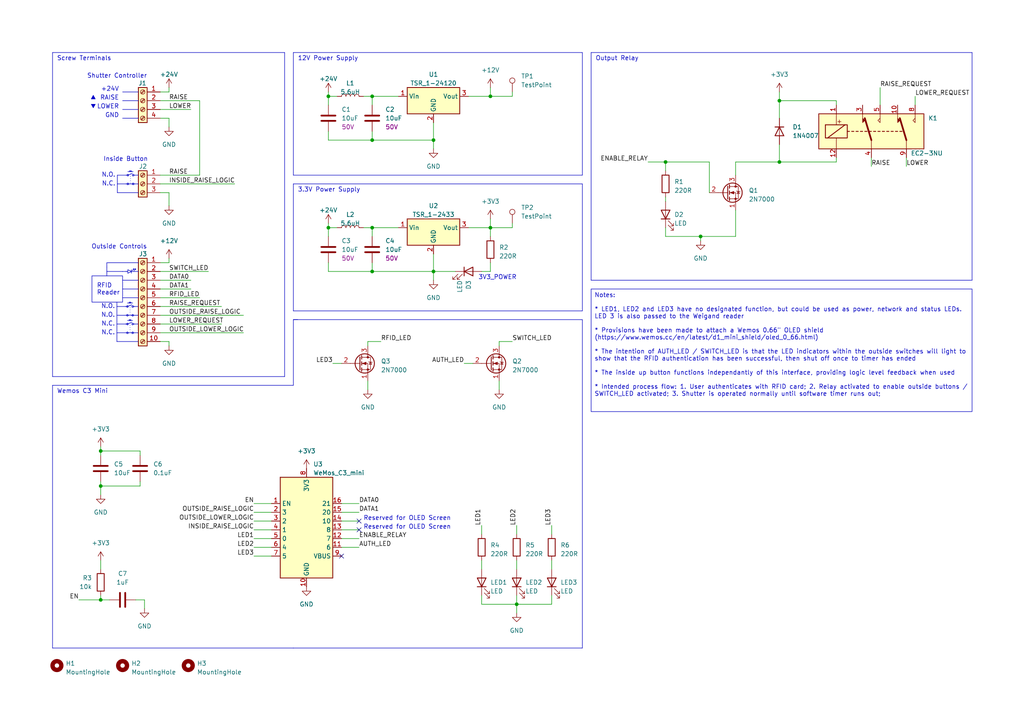
<source format=kicad_sch>
(kicad_sch (version 20221004) (generator eeschema)
  (paper "A4")
  (title_block (title "Roller Shutter Access Control Interface Board") (date "2023-01-23") (rev "5") (company "Swansea Hackspace"))
  (lib_symbols
    (symbol "Connector:Screw_Terminal_01x03" (pin_names (offset 1.016) hide)
      (property "Reference" "J" (at 0 5.08 0))
      (property "Value" "Screw_Terminal_01x03" (at 0 -5.08 0))
      (symbol "Screw_Terminal_01x03_1_1"
        (rectangle (start -1.27 3.81) (end 1.27 -3.81) (stroke (width 0.254)) (fill (type background)))
        (circle (center 0 -2.54) (radius 0.635) (stroke (width 0.1524)))
        (polyline (pts (xy -0.5334 -2.2098) (xy 0.3302 -3.048)) (stroke (width 0.1524)))
        (polyline (pts (xy -0.5334 0.3302) (xy 0.3302 -0.508)) (stroke (width 0.1524)))
        (polyline (pts (xy -0.5334 2.8702) (xy 0.3302 2.032)) (stroke (width 0.1524)))
        (polyline (pts (xy -0.3556 -2.032) (xy 0.508 -2.8702)) (stroke (width 0.1524)))
        (polyline (pts (xy -0.3556 0.508) (xy 0.508 -0.3302)) (stroke (width 0.1524)))
        (polyline (pts (xy -0.3556 3.048) (xy 0.508 2.2098)) (stroke (width 0.1524)))
        (circle (center 0 0) (radius 0.635) (stroke (width 0.1524)))
        (circle (center 0 2.54) (radius 0.635) (stroke (width 0.1524)))
        (pin passive line (at -5.08 2.54 0) (length 3.81) (name "Pin_1") (number "1"))
        (pin passive line (at -5.08 0 0) (length 3.81) (name "Pin_2") (number "2"))
        (pin passive line (at -5.08 -2.54 0) (length 3.81) (name "Pin_3") (number "3"))
      )
    )
    (symbol "Connector:Screw_Terminal_01x04" (pin_names (offset 1.016) hide)
      (property "Reference" "J" (at 0 5.08 0))
      (property "Value" "Screw_Terminal_01x04" (at 0 -7.62 0))
      (symbol "Screw_Terminal_01x04_1_1"
        (rectangle (start -1.27 3.81) (end 1.27 -6.35) (stroke (width 0.254)) (fill (type background)))
        (circle (center 0 -5.08) (radius 0.635) (stroke (width 0.1524)))
        (circle (center 0 -2.54) (radius 0.635) (stroke (width 0.1524)))
        (polyline (pts (xy -0.5334 -4.7498) (xy 0.3302 -5.588)) (stroke (width 0.1524)))
        (polyline (pts (xy -0.5334 -2.2098) (xy 0.3302 -3.048)) (stroke (width 0.1524)))
        (polyline (pts (xy -0.5334 0.3302) (xy 0.3302 -0.508)) (stroke (width 0.1524)))
        (polyline (pts (xy -0.5334 2.8702) (xy 0.3302 2.032)) (stroke (width 0.1524)))
        (polyline (pts (xy -0.3556 -4.572) (xy 0.508 -5.4102)) (stroke (width 0.1524)))
        (polyline (pts (xy -0.3556 -2.032) (xy 0.508 -2.8702)) (stroke (width 0.1524)))
        (polyline (pts (xy -0.3556 0.508) (xy 0.508 -0.3302)) (stroke (width 0.1524)))
        (polyline (pts (xy -0.3556 3.048) (xy 0.508 2.2098)) (stroke (width 0.1524)))
        (circle (center 0 0) (radius 0.635) (stroke (width 0.1524)))
        (circle (center 0 2.54) (radius 0.635) (stroke (width 0.1524)))
        (pin passive line (at -5.08 2.54 0) (length 3.81) (name "Pin_1") (number "1"))
        (pin passive line (at -5.08 0 0) (length 3.81) (name "Pin_2") (number "2"))
        (pin passive line (at -5.08 -2.54 0) (length 3.81) (name "Pin_3") (number "3"))
        (pin passive line (at -5.08 -5.08 0) (length 3.81) (name "Pin_4") (number "4"))
      )
    )
    (symbol "Connector:Screw_Terminal_01x10" (pin_names (offset 1.016) hide)
      (property "Reference" "J" (at 0 12.7 0))
      (property "Value" "Screw_Terminal_01x10" (at 0 -15.24 0))
      (symbol "Screw_Terminal_01x10_1_1"
        (rectangle (start -1.27 11.43) (end 1.27 -13.97) (stroke (width 0.254)) (fill (type background)))
        (circle (center 0 -12.7) (radius 0.635) (stroke (width 0.1524)))
        (circle (center 0 -10.16) (radius 0.635) (stroke (width 0.1524)))
        (circle (center 0 -7.62) (radius 0.635) (stroke (width 0.1524)))
        (circle (center 0 -5.08) (radius 0.635) (stroke (width 0.1524)))
        (circle (center 0 -2.54) (radius 0.635) (stroke (width 0.1524)))
        (polyline (pts (xy -0.5334 -12.3698) (xy 0.3302 -13.208)) (stroke (width 0.1524)))
        (polyline (pts (xy -0.5334 -9.8298) (xy 0.3302 -10.668)) (stroke (width 0.1524)))
        (polyline (pts (xy -0.5334 -7.2898) (xy 0.3302 -8.128)) (stroke (width 0.1524)))
        (polyline (pts (xy -0.5334 -4.7498) (xy 0.3302 -5.588)) (stroke (width 0.1524)))
        (polyline (pts (xy -0.5334 -2.2098) (xy 0.3302 -3.048)) (stroke (width 0.1524)))
        (polyline (pts (xy -0.5334 0.3302) (xy 0.3302 -0.508)) (stroke (width 0.1524)))
        (polyline (pts (xy -0.5334 2.8702) (xy 0.3302 2.032)) (stroke (width 0.1524)))
        (polyline (pts (xy -0.5334 5.4102) (xy 0.3302 4.572)) (stroke (width 0.1524)))
        (polyline (pts (xy -0.5334 7.9502) (xy 0.3302 7.112)) (stroke (width 0.1524)))
        (polyline (pts (xy -0.5334 10.4902) (xy 0.3302 9.652)) (stroke (width 0.1524)))
        (polyline (pts (xy -0.3556 -12.192) (xy 0.508 -13.0302)) (stroke (width 0.1524)))
        (polyline (pts (xy -0.3556 -9.652) (xy 0.508 -10.4902)) (stroke (width 0.1524)))
        (polyline (pts (xy -0.3556 -7.112) (xy 0.508 -7.9502)) (stroke (width 0.1524)))
        (polyline (pts (xy -0.3556 -4.572) (xy 0.508 -5.4102)) (stroke (width 0.1524)))
        (polyline (pts (xy -0.3556 -2.032) (xy 0.508 -2.8702)) (stroke (width 0.1524)))
        (polyline (pts (xy -0.3556 0.508) (xy 0.508 -0.3302)) (stroke (width 0.1524)))
        (polyline (pts (xy -0.3556 3.048) (xy 0.508 2.2098)) (stroke (width 0.1524)))
        (polyline (pts (xy -0.3556 5.588) (xy 0.508 4.7498)) (stroke (width 0.1524)))
        (polyline (pts (xy -0.3556 8.128) (xy 0.508 7.2898)) (stroke (width 0.1524)))
        (polyline (pts (xy -0.3556 10.668) (xy 0.508 9.8298)) (stroke (width 0.1524)))
        (circle (center 0 0) (radius 0.635) (stroke (width 0.1524)))
        (circle (center 0 2.54) (radius 0.635) (stroke (width 0.1524)))
        (circle (center 0 5.08) (radius 0.635) (stroke (width 0.1524)))
        (circle (center 0 7.62) (radius 0.635) (stroke (width 0.1524)))
        (circle (center 0 10.16) (radius 0.635) (stroke (width 0.1524)))
        (pin passive line (at -5.08 10.16 0) (length 3.81) (name "Pin_1") (number "1"))
        (pin passive line (at -5.08 -12.7 0) (length 3.81) (name "Pin_10") (number "10"))
        (pin passive line (at -5.08 7.62 0) (length 3.81) (name "Pin_2") (number "2"))
        (pin passive line (at -5.08 5.08 0) (length 3.81) (name "Pin_3") (number "3"))
        (pin passive line (at -5.08 2.54 0) (length 3.81) (name "Pin_4") (number "4"))
        (pin passive line (at -5.08 0 0) (length 3.81) (name "Pin_5") (number "5"))
        (pin passive line (at -5.08 -2.54 0) (length 3.81) (name "Pin_6") (number "6"))
        (pin passive line (at -5.08 -5.08 0) (length 3.81) (name "Pin_7") (number "7"))
        (pin passive line (at -5.08 -7.62 0) (length 3.81) (name "Pin_8") (number "8"))
        (pin passive line (at -5.08 -10.16 0) (length 3.81) (name "Pin_9") (number "9"))
      )
    )
    (symbol "Connector:TestPoint" (pin_numbers hide) (pin_names (offset 0.762) hide)
      (property "Reference" "TP" (at 0 6.858 0))
      (property "Value" "TestPoint" (at 0 5.08 0))
      (symbol "TestPoint_0_1"
        (circle (center 0 3.302) (radius 0.762))
      )
      (symbol "TestPoint_1_1"
        (pin passive line (at 0 0 90) (length 2.54) (name "1") (number "1"))
      )
    )
    (symbol "Custom:WeMos_C3_mini"
      (property "Reference" "U" (at 3.81 19.05 0))
      (property "Value" "WeMos_C3_mini" (at 1.27 -19.05 0))
      (symbol "WeMos_C3_mini_1_1"
        (rectangle (start -7.62 17.78) (end 7.62 -11.43) (stroke (width 0.254)) (fill (type background)))
        (pin input line (at -10.16 10.16 0) (length 2.54) (name "EN") (number "1"))
        (pin power_in line (at 0 -13.97 90) (length 2.54) (name "GND") (number "10"))
        (pin bidirectional line (at 10.16 -2.54 180) (length 2.54) (name "6") (number "11"))
        (pin bidirectional line (at 10.16 0 180) (length 2.54) (name "7") (number "12"))
        (pin bidirectional line (at 10.16 2.54 180) (length 2.54) (name "8") (number "13"))
        (pin bidirectional line (at 10.16 5.08 180) (length 2.54) (name "10") (number "14"))
        (pin input line (at 10.16 7.62 180) (length 2.54) (name "20") (number "15"))
        (pin output line (at 10.16 10.16 180) (length 2.54) (name "21") (number "16"))
        (pin bidirectional line (at -10.16 7.62 0) (length 2.54) (name "3") (number "2"))
        (pin bidirectional line (at -10.16 5.08 0) (length 2.54) (name "2") (number "3"))
        (pin bidirectional line (at -10.16 2.54 0) (length 2.54) (name "1") (number "4"))
        (pin bidirectional line (at -10.16 0 0) (length 2.54) (name "0") (number "5"))
        (pin bidirectional line (at -10.16 -2.54 0) (length 2.54) (name "4") (number "6"))
        (pin bidirectional line (at -10.16 -5.08 0) (length 2.54) (name "5") (number "7"))
        (pin power_in line (at 0 20.32 270) (length 2.54) (name "3V3") (number "8"))
        (pin power_in line (at 10.16 -5.08 180) (length 2.54) (name "VBUS") (number "9"))
      )
    )
    (symbol "Device:C" (pin_numbers hide) (pin_names (offset 0.254))
      (property "Reference" "C" (at 0.635 2.54 0))
      (property "Value" "C" (at 0.635 -2.54 0))
      (symbol "C_0_1"
        (polyline (pts (xy -2.032 -0.762) (xy 2.032 -0.762)) (stroke (width 0.508)))
        (polyline (pts (xy -2.032 0.762) (xy 2.032 0.762)) (stroke (width 0.508)))
      )
      (symbol "C_1_1"
        (pin passive line (at 0 3.81 270) (length 2.794) (name "~") (number "1"))
        (pin passive line (at 0 -3.81 90) (length 2.794) (name "~") (number "2"))
      )
    )
    (symbol "Device:L" (pin_numbers hide) (pin_names (offset 1.016) hide)
      (property "Reference" "L" (at -1.27 0 90))
      (property "Value" "L" (at 1.905 0 90))
      (symbol "L_0_1"
        (arc (start 0 -2.54) (mid 0.635 -1.905) (end 0 -1.27))
        (arc (start 0 -1.27) (mid 0.635 -0.635) (end 0 0))
        (arc (start 0 0) (mid 0.635 0.635) (end 0 1.27))
        (arc (start 0 1.27) (mid 0.635 1.905) (end 0 2.54))
      )
      (symbol "L_1_1"
        (pin passive line (at 0 3.81 270) (length 1.27) (name "1") (number "1"))
        (pin passive line (at 0 -3.81 90) (length 1.27) (name "2") (number "2"))
      )
    )
    (symbol "Device:LED" (pin_numbers hide) (pin_names (offset 1.016) hide)
      (property "Reference" "D" (at 0 2.54 0))
      (property "Value" "LED" (at 0 -2.54 0))
      (symbol "LED_0_1"
        (polyline (pts (xy -1.27 -1.27) (xy -1.27 1.27)) (stroke (width 0.254)))
        (polyline (pts (xy -1.27 0) (xy 1.27 0)))
        (polyline (pts (xy 1.27 -1.27) (xy 1.27 1.27) (xy -1.27 0) (xy 1.27 -1.27)) (stroke (width 0.254)))
        (polyline (pts (xy -3.048 -0.762) (xy -4.572 -2.286) (xy -3.81 -2.286) (xy -4.572 -2.286) (xy -4.572 -1.524)))
        (polyline (pts (xy -1.778 -0.762) (xy -3.302 -2.286) (xy -2.54 -2.286) (xy -3.302 -2.286) (xy -3.302 -1.524)))
      )
      (symbol "LED_1_1"
        (pin passive line (at -3.81 0 0) (length 2.54) (name "K") (number "1"))
        (pin passive line (at 3.81 0 180) (length 2.54) (name "A") (number "2"))
      )
    )
    (symbol "Device:R" (pin_numbers hide) (pin_names (offset 0))
      (property "Reference" "R" (at 2.032 0 90))
      (property "Value" "R" (at 0 0 90))
      (symbol "R_0_1"
        (rectangle (start -1.016 -2.54) (end 1.016 2.54) (stroke (width 0.254)))
      )
      (symbol "R_1_1"
        (pin passive line (at 0 3.81 270) (length 1.27) (name "~") (number "1"))
        (pin passive line (at 0 -3.81 90) (length 1.27) (name "~") (number "2"))
      )
    )
    (symbol "Diode:1N4007" (pin_numbers hide) (pin_names hide)
      (property "Reference" "D" (at 0 2.54 0))
      (property "Value" "1N4007" (at 0 -2.54 0))
      (symbol "1N4007_0_1"
        (polyline (pts (xy -1.27 1.27) (xy -1.27 -1.27)) (stroke (width 0.254)))
        (polyline (pts (xy 1.27 0) (xy -1.27 0)))
        (polyline (pts (xy 1.27 1.27) (xy 1.27 -1.27) (xy -1.27 0) (xy 1.27 1.27)) (stroke (width 0.254)))
      )
      (symbol "1N4007_1_1"
        (pin passive line (at -3.81 0 0) (length 2.54) (name "K") (number "1"))
        (pin passive line (at 3.81 0 180) (length 2.54) (name "A") (number "2"))
      )
    )
    (symbol "Mechanical:MountingHole" (pin_names (offset 1.016))
      (property "Reference" "H" (at 0 5.08 0))
      (property "Value" "MountingHole" (at 0 3.175 0))
      (symbol "MountingHole_0_1"
        (circle (center 0 0) (radius 1.27) (stroke (width 1.27)))
      )
    )
    (symbol "Regulator_Switching:TSR_1-24120"
      (property "Reference" "U" (at -7.62 6.35 0))
      (property "Value" "TSR_1-24120" (at -1.27 6.35 0))
      (symbol "TSR_1-24120_0_1"
        (rectangle (start -7.62 5.08) (end 7.62 -2.54) (stroke (width 0.254)) (fill (type background)))
      )
      (symbol "TSR_1-24120_1_1"
        (pin power_in line (at -10.16 2.54 0) (length 2.54) (name "Vin") (number "1"))
        (pin power_in line (at 0 -5.08 90) (length 2.54) (name "GND") (number "2"))
        (pin power_out line (at 10.16 2.54 180) (length 2.54) (name "Vout") (number "3"))
      )
    )
    (symbol "Regulator_Switching:TSR_1-2433"
      (property "Reference" "U" (at -7.62 6.35 0))
      (property "Value" "TSR_1-2433" (at -1.27 6.35 0))
      (symbol "TSR_1-2433_0_1"
        (rectangle (start -7.62 5.08) (end 7.62 -2.54) (stroke (width 0.254)) (fill (type background)))
      )
      (symbol "TSR_1-2433_1_1"
        (pin power_in line (at -10.16 2.54 0) (length 2.54) (name "Vin") (number "1"))
        (pin power_in line (at 0 -5.08 90) (length 2.54) (name "GND") (number "2"))
        (pin power_out line (at 10.16 2.54 180) (length 2.54) (name "Vout") (number "3"))
      )
    )
    (symbol "Relay:EC2-3NU"
      (property "Reference" "K" (at 15.24 8.89 0))
      (property "Value" "EC2-3NU" (at 19.05 6.35 0))
      (symbol "EC2-3NU_1_1"
        (rectangle (start -15.24 5.08) (end 15.24 -5.08) (stroke (width 0.254)) (fill (type background)))
        (rectangle (start -13.335 1.905) (end -6.985 -1.905) (stroke (width 0.254)))
        (polyline (pts (xy -12.7 -1.905) (xy -7.62 1.905)) (stroke (width 0.254)))
        (polyline (pts (xy -10.16 -5.08) (xy -10.16 -1.905)))
        (polyline (pts (xy -10.16 5.08) (xy -10.16 1.905)))
        (polyline (pts (xy -6.985 0) (xy -6.35 0)) (stroke (width 0.254)))
        (polyline (pts (xy -5.715 0) (xy -5.08 0)) (stroke (width 0.254)))
        (polyline (pts (xy -4.445 0) (xy -3.81 0)) (stroke (width 0.254)))
        (polyline (pts (xy -3.175 0) (xy -2.54 0)) (stroke (width 0.254)))
        (polyline (pts (xy -1.905 0) (xy -1.27 0)) (stroke (width 0.254)))
        (polyline (pts (xy -0.635 0) (xy 0 0)) (stroke (width 0.254)))
        (polyline (pts (xy 0 -2.54) (xy -1.905 3.81)) (stroke (width 0.508)))
        (polyline (pts (xy 0 -2.54) (xy 0 -5.08)))
        (polyline (pts (xy 0.635 0) (xy 1.27 0)) (stroke (width 0.254)))
        (polyline (pts (xy 1.905 0) (xy 2.54 0)) (stroke (width 0.254)))
        (polyline (pts (xy 3.175 0) (xy 3.81 0)) (stroke (width 0.254)))
        (polyline (pts (xy 4.445 0) (xy 5.08 0)) (stroke (width 0.254)))
        (polyline (pts (xy 5.715 0) (xy 6.35 0)) (stroke (width 0.254)))
        (polyline (pts (xy 6.985 0) (xy 7.62 0)) (stroke (width 0.254)))
        (polyline (pts (xy 8.255 0) (xy 8.89 0)) (stroke (width 0.254)))
        (polyline (pts (xy 10.16 -2.54) (xy 8.255 3.81)) (stroke (width 0.508)))
        (polyline (pts (xy 10.16 -2.54) (xy 10.16 -5.08)))
        (polyline (pts (xy -2.54 5.08) (xy -2.54 2.54) (xy -1.905 3.175) (xy -2.54 3.81)) (fill (type outline)))
        (polyline (pts (xy 2.54 5.08) (xy 2.54 2.54) (xy 1.905 3.175) (xy 2.54 3.81)))
        (polyline (pts (xy 7.62 5.08) (xy 7.62 2.54) (xy 8.255 3.175) (xy 7.62 3.81)) (fill (type outline)))
        (polyline (pts (xy 12.7 5.08) (xy 12.7 2.54) (xy 12.065 3.175) (xy 12.7 3.81)))
        (text "+" (at -9.271 2.921 0) (effects (font (size 1.27 1.27))))
        (pin passive line (at -10.16 7.62 270) (length 2.54) (name "~") (number "1"))
        (pin passive line (at 7.62 7.62 270) (length 2.54) (name "~") (number "10"))
        (pin passive line (at -10.16 -7.62 90) (length 2.54) (name "~") (number "12"))
        (pin passive line (at -2.54 7.62 270) (length 2.54) (name "~") (number "3"))
        (pin passive line (at 0 -7.62 90) (length 2.54) (name "~") (number "4"))
        (pin passive line (at 2.54 7.62 270) (length 2.54) (name "~") (number "5"))
        (pin passive line (at 12.7 7.62 270) (length 2.54) (name "~") (number "8"))
        (pin passive line (at 10.16 -7.62 90) (length 2.54) (name "~") (number "9"))
      )
    )
    (symbol "Transistor_FET:2N7000" (pin_names hide)
      (property "Reference" "Q" (at 5.08 1.905 0))
      (property "Value" "2N7000" (at 5.08 0 0))
      (symbol "2N7000_0_1"
        (polyline (pts (xy 0.254 0) (xy -2.54 0)))
        (polyline (pts (xy 0.254 1.905) (xy 0.254 -1.905)) (stroke (width 0.254)))
        (polyline (pts (xy 0.762 -1.27) (xy 0.762 -2.286)) (stroke (width 0.254)))
        (polyline (pts (xy 0.762 0.508) (xy 0.762 -0.508)) (stroke (width 0.254)))
        (polyline (pts (xy 0.762 2.286) (xy 0.762 1.27)) (stroke (width 0.254)))
        (polyline (pts (xy 2.54 2.54) (xy 2.54 1.778)))
        (polyline (pts (xy 2.54 -2.54) (xy 2.54 0) (xy 0.762 0)))
        (polyline (pts (xy 0.762 -1.778) (xy 3.302 -1.778) (xy 3.302 1.778) (xy 0.762 1.778)))
        (polyline (pts (xy 1.016 0) (xy 2.032 0.381) (xy 2.032 -0.381) (xy 1.016 0)) (fill (type outline)))
        (polyline (pts (xy 2.794 0.508) (xy 2.921 0.381) (xy 3.683 0.381) (xy 3.81 0.254)))
        (polyline (pts (xy 3.302 0.381) (xy 2.921 -0.254) (xy 3.683 -0.254) (xy 3.302 0.381)))
        (circle (center 1.651 0) (radius 2.794) (stroke (width 0.254)))
        (circle (center 2.54 -1.778) (radius 0.254) (fill (type outline)))
        (circle (center 2.54 1.778) (radius 0.254) (fill (type outline)))
      )
      (symbol "2N7000_1_1"
        (pin passive line (at 2.54 -5.08 90) (length 2.54) (name "S") (number "1"))
        (pin input line (at -5.08 0 0) (length 2.54) (name "G") (number "2"))
        (pin passive line (at 2.54 5.08 270) (length 2.54) (name "D") (number "3"))
      )
    )
    (symbol "power:+12V" (power) (pin_names (offset 0))
      (property "Value" "+12V" (at 0 3.556 0))
      (symbol "+12V_0_1"
        (polyline (pts (xy -0.762 1.27) (xy 0 2.54)))
        (polyline (pts (xy 0 0) (xy 0 2.54)))
        (polyline (pts (xy 0 2.54) (xy 0.762 1.27)))
      )
      (symbol "+12V_1_1"
        (pin power_in line (at 0 0 90) (length 0) hide (name "+12V") (number "1"))
      )
    )
    (symbol "power:+24V" (power) (pin_names (offset 0))
      (property "Value" "+24V" (at 0 3.556 0))
      (symbol "+24V_0_1"
        (polyline (pts (xy -0.762 1.27) (xy 0 2.54)))
        (polyline (pts (xy 0 0) (xy 0 2.54)))
        (polyline (pts (xy 0 2.54) (xy 0.762 1.27)))
      )
      (symbol "+24V_1_1"
        (pin power_in line (at 0 0 90) (length 0) hide (name "+24V") (number "1"))
      )
    )
    (symbol "power:+3V3" (power) (pin_names (offset 0))
      (property "Value" "+3V3" (at 0 3.556 0))
      (symbol "+3V3_0_1"
        (polyline (pts (xy -0.762 1.27) (xy 0 2.54)))
        (polyline (pts (xy 0 0) (xy 0 2.54)))
        (polyline (pts (xy 0 2.54) (xy 0.762 1.27)))
      )
      (symbol "+3V3_1_1"
        (pin power_in line (at 0 0 90) (length 0) hide (name "+3V3") (number "1"))
      )
    )
    (symbol "power:GND" (power) (pin_names (offset 0))
      (property "Value" "GND" (at 0 -3.81 0))
      (symbol "GND_0_1"
        (polyline (pts (xy 0 0) (xy 0 -1.27) (xy 1.27 -1.27) (xy 0 -2.54) (xy -1.27 -1.27) (xy 0 -1.27)))
      )
      (symbol "GND_1_1"
        (pin power_in line (at 0 0 270) (length 0) hide (name "GND") (number "1"))
      )
    )
  )
  (junction (at 107.95 27.94))
  (junction (at 142.24 66.04))
  (junction (at 125.73 40.64))
  (junction (at 107.95 66.04))
  (junction (at 29.21 173.99))
  (junction (at 193.04 46.99))
  (junction (at 107.95 78.74))
  (junction (at 149.86 175.26))
  (junction (at 95.25 27.94))
  (junction (at 142.24 27.94))
  (junction (at 226.06 29.21))
  (junction (at 29.21 130.81))
  (junction (at 226.06 46.99))
  (junction (at 29.21 140.97))
  (junction (at 107.95 40.64))
  (junction (at 95.25 66.04))
  (junction (at 203.2 68.58))
  (junction (at 125.73 78.74))
  (no_connect (at 99.06 161.29))
  (no_connect (at 104.14 153.67))
  (no_connect (at 104.14 151.13))
  (polyline (pts (xy 40.132 86.36) (xy 35.56 86.36)))
  (polyline (pts (xy 39.37 77.978) (xy 39.37 78.232)))
  (wire (pts (xy 29.21 140.97) (xy 29.21 143.51)))
  (polyline (pts (xy 37.084 78.232) (xy 37.084 79.248)))
  (wire (pts (xy 193.04 66.04) (xy 193.04 68.58)))
  (polyline (pts (xy 36.449 91.44) (xy 33.909 91.44)))
  (wire (pts (xy 205.74 46.99) (xy 205.74 55.88)))
  (wire (pts (xy 125.73 40.64) (xy 125.73 43.18)))
  (wire (pts (xy 144.78 113.03) (xy 144.78 110.49)))
  (wire (pts (xy 139.7 162.56) (xy 139.7 165.1)))
  (wire (pts (xy 160.02 152.4) (xy 160.02 154.94)))
  (polyline (pts (xy 40.132 26.67) (xy 35.56 26.67)))
  (polyline (pts (xy 34.036 53.34) (xy 34.036 55.88)))
  (wire (pts (xy 46.482 86.36) (xy 57.912 86.36)))
  (polyline (pts (xy 168.91 50.8) (xy 85.09 50.8)))
  (wire (pts (xy 46.482 93.98) (xy 64.262 93.98)))
  (wire (pts (xy 49.022 26.67) (xy 46.482 26.67)))
  (wire (pts (xy 142.24 76.2) (xy 142.24 78.74)))
  (wire (pts (xy 73.66 156.21) (xy 78.74 156.21)))
  (polyline (pts (xy 38.989 93.98) (xy 38.481 93.98)))
  (polyline (pts (xy 34.036 50.8) (xy 34.036 53.34)))
  (wire (pts (xy 149.86 152.4) (xy 149.86 154.94)))
  (polyline (pts (xy 37.084 53.34) (xy 38.608 53.34)))
  (wire (pts (xy 107.95 40.64) (xy 95.25 40.64)))
  (wire (pts (xy 139.7 172.72) (xy 139.7 175.26)))
  (polyline (pts (xy 38.1 78.74) (xy 38.862 78.74)))
  (wire (pts (xy 29.21 165.1) (xy 29.21 162.56)))
  (polyline (pts (xy 40.132 53.34) (xy 39.116 53.34)))
  (wire (pts (xy 242.57 45.72) (xy 242.57 46.99)))
  (wire (pts (xy 46.482 31.75) (xy 55.372 31.75)))
  (polyline (pts (xy 85.09 92.71) (xy 86.36 92.71)))
  (wire (pts (xy 149.86 172.72) (xy 149.86 175.26)))
  (wire (pts (xy 40.64 140.97) (xy 40.64 139.7)))
  (polyline (pts (xy 36.449 88.9) (xy 33.909 88.9)))
  (polyline (pts (xy 37.084 79.248) (xy 38.1 78.74)))
  (wire (pts (xy 106.68 113.03) (xy 106.68 110.49)))
  (wire (pts (xy 144.78 100.33) (xy 144.78 99.06)))
  (polyline (pts (xy 36.576 78.74) (xy 36.83 78.74)))
  (polyline (pts (xy 40.005 91.44) (xy 38.989 91.44)))
  (wire (pts (xy 99.06 146.05) (xy 104.14 146.05)))
  (polyline (pts (xy 15.24 15.24) (xy 15.24 109.22)))
  (wire (pts (xy 107.95 30.48) (xy 107.95 27.94)))
  (wire (pts (xy 149.86 162.56) (xy 149.86 165.1)))
  (wire (pts (xy 29.21 172.72) (xy 29.21 173.99)))
  (polyline (pts (xy 82.55 109.22) (xy 15.24 109.22)))
  (polyline (pts (xy 40.005 96.52) (xy 38.989 96.52)))
  (wire (pts (xy 255.27 25.4) (xy 255.27 30.48)))
  (wire (pts (xy 96.52 105.41) (xy 99.06 105.41)))
  (polyline (pts (xy 38.608 77.978) (xy 38.862 77.978)))
  (wire (pts (xy 95.25 27.94) (xy 95.25 30.48)))
  (wire (pts (xy 107.95 68.58) (xy 107.95 66.04)))
  (wire (pts (xy 73.66 153.67) (xy 78.74 153.67)))
  (wire (pts (xy 139.7 152.4) (xy 139.7 154.94)))
  (polyline (pts (xy 37.084 50.8) (xy 38.354 50.292)))
  (wire (pts (xy 160.02 172.72) (xy 160.02 175.26)))
  (wire (pts (xy 29.21 130.81) (xy 40.64 130.81)))
  (polyline (pts (xy 85.09 92.71) (xy 85.09 111.76)))
  (wire (pts (xy 99.06 151.13) (xy 104.14 151.13)))
  (polyline (pts (xy 36.957 96.52) (xy 36.449 96.52)))
  (polyline (pts (xy 38.1 78.232) (xy 38.1 79.248)))
  (wire (pts (xy 99.06 158.75) (xy 104.14 158.75)))
  (polyline (pts (xy 36.576 78.74) (xy 35.56 78.74)))
  (wire (pts (xy 46.482 29.21) (xy 57.912 29.21)))
  (wire (pts (xy 148.59 99.06) (xy 144.78 99.06)))
  (polyline (pts (xy 85.09 111.76) (xy 15.24 111.76)))
  (polyline (pts (xy 168.91 53.34) (xy 168.91 90.17)))
  (wire (pts (xy 29.21 139.7) (xy 29.21 140.97)))
  (wire (pts (xy 46.482 50.8) (xy 57.912 50.8)))
  (wire (pts (xy 242.57 29.21) (xy 226.06 29.21)))
  (polyline (pts (xy 36.576 50.8) (xy 34.036 50.8)))
  (polyline (pts (xy 36.957 92.964) (xy 38.481 92.964)))
  (wire (pts (xy 99.06 156.21) (xy 104.14 156.21)))
  (wire (pts (xy 193.04 46.99) (xy 205.74 46.99)))
  (polyline (pts (xy 30.988 76.2) (xy 30.988 77.47)))
  (polyline (pts (xy 37.084 49.784) (xy 38.608 49.784)))
  (polyline (pts (xy 171.45 15.24) (xy 171.45 81.28)))
  (polyline (pts (xy 40.132 34.29) (xy 35.56 34.29)))
  (wire (pts (xy 135.89 27.94) (xy 142.24 27.94)))
  (wire (pts (xy 105.41 66.04) (xy 107.95 66.04)))
  (wire (pts (xy 142.24 27.94) (xy 148.59 27.94)))
  (wire (pts (xy 49.022 55.88) (xy 49.022 59.69)))
  (wire (pts (xy 252.73 48.26) (xy 252.73 45.72)))
  (wire (pts (xy 46.482 78.74) (xy 60.452 78.74)))
  (polyline (pts (xy 39.116 77.978) (xy 39.37 77.978)))
  (wire (pts (xy 95.25 27.94) (xy 97.79 27.94)))
  (wire (pts (xy 125.73 40.64) (xy 107.95 40.64)))
  (polyline (pts (xy 38.862 77.978) (xy 38.862 78.232)))
  (polyline (pts (xy 36.957 93.98) (xy 38.227 93.472)))
  (wire (pts (xy 95.25 64.77) (xy 95.25 66.04)))
  (wire (pts (xy 142.24 66.04) (xy 142.24 68.58)))
  (wire (pts (xy 148.59 66.04) (xy 148.59 64.77)))
  (wire (pts (xy 95.25 66.04) (xy 97.79 66.04)))
  (wire (pts (xy 125.73 78.74) (xy 132.08 78.74)))
  (wire (pts (xy 46.482 81.28) (xy 55.372 81.28)))
  (wire (pts (xy 29.21 173.99) (xy 22.86 173.99)))
  (polyline (pts (xy 85.09 92.71) (xy 168.91 92.71)))
  (wire (pts (xy 110.49 99.06) (xy 106.68 99.06)))
  (wire (pts (xy 73.66 148.59) (xy 78.74 148.59)))
  (wire (pts (xy 29.21 140.97) (xy 40.64 140.97)))
  (wire (pts (xy 49.022 76.2) (xy 46.482 76.2)))
  (wire (pts (xy 95.25 26.67) (xy 95.25 27.94)))
  (wire (pts (xy 99.06 153.67) (xy 104.14 153.67)))
  (wire (pts (xy 73.66 158.75) (xy 78.74 158.75)))
  (wire (pts (xy 95.25 76.2) (xy 95.25 78.74)))
  (polyline (pts (xy 40.005 93.98) (xy 38.989 93.98)))
  (polyline (pts (xy 38.989 91.44) (xy 38.481 91.44)))
  (wire (pts (xy 73.66 151.13) (xy 78.74 151.13)))
  (polyline (pts (xy 36.957 88.9) (xy 38.227 88.392)))
  (polyline (pts (xy 40.132 50.8) (xy 39.116 50.8)))
  (wire (pts (xy 226.06 46.99) (xy 242.57 46.99)))
  (wire (pts (xy 134.62 105.41) (xy 137.16 105.41)))
  (polyline (pts (xy 40.132 55.88) (xy 34.036 55.88)))
  (wire (pts (xy 139.7 175.26) (xy 149.86 175.26)))
  (wire (pts (xy 107.95 78.74) (xy 95.25 78.74)))
  (polyline (pts (xy 36.957 87.884) (xy 38.481 87.884)))
  (polyline (pts (xy 35.56 78.74) (xy 30.988 78.74)))
  (wire (pts (xy 105.41 27.94) (xy 107.95 27.94)))
  (polyline (pts (xy 37.719 91.186) (xy 37.719 88.138)) (stroke (width 0) (type dot)))
  (wire (pts (xy 213.36 46.99) (xy 213.36 50.8)))
  (polyline (pts (xy 37.084 78.232) (xy 38.1 78.74)))
  (polyline (pts (xy 30.988 77.47) (xy 30.988 78.74)))
  (polyline (pts (xy 36.449 93.98) (xy 33.909 93.98)))
  (polyline (pts (xy 38.989 96.52) (xy 38.481 96.52)))
  (polyline (pts (xy 168.91 92.71) (xy 168.91 187.96)))
  (polyline (pts (xy 40.132 29.21) (xy 35.56 29.21)))
  (wire (pts (xy 213.36 60.96) (xy 213.36 68.58)))
  (wire (pts (xy 40.64 132.08) (xy 40.64 130.81)))
  (wire (pts (xy 149.86 175.26) (xy 160.02 175.26)))
  (polyline (pts (xy 38.989 88.9) (xy 38.481 88.9)))
  (wire (pts (xy 125.73 78.74) (xy 107.95 78.74)))
  (polyline (pts (xy 37.719 96.266) (xy 37.719 93.218)) (stroke (width 0) (type dot)))
  (wire (pts (xy 213.36 46.99) (xy 226.06 46.99)))
  (wire (pts (xy 139.7 78.74) (xy 142.24 78.74)))
  (wire (pts (xy 135.89 66.04) (xy 142.24 66.04)))
  (polyline (pts (xy 36.957 91.44) (xy 38.481 91.44)))
  (polyline (pts (xy 33.909 87.63) (xy 33.909 99.06)))
  (wire (pts (xy 125.73 73.66) (xy 125.73 78.74)))
  (wire (pts (xy 142.24 66.04) (xy 148.59 66.04)))
  (polyline (pts (xy 281.94 81.28) (xy 171.45 81.28)))
  (wire (pts (xy 95.25 66.04) (xy 95.25 68.58)))
  (polyline (pts (xy 39.116 53.34) (xy 38.608 53.34)))
  (wire (pts (xy 95.25 38.1) (xy 95.25 40.64)))
  (wire (pts (xy 142.24 63.5) (xy 142.24 66.04)))
  (wire (pts (xy 49.022 25.4) (xy 49.022 26.67)))
  (wire (pts (xy 226.06 41.91) (xy 226.06 46.99)))
  (wire (pts (xy 226.06 29.21) (xy 226.06 34.29)))
  (wire (pts (xy 149.86 175.26) (xy 149.86 177.8)))
  (polyline (pts (xy 40.132 83.82) (xy 35.56 83.82)))
  (wire (pts (xy 46.482 55.88) (xy 49.022 55.88)))
  (wire (pts (xy 29.21 130.81) (xy 29.21 132.08)))
  (wire (pts (xy 193.04 68.58) (xy 203.2 68.58)))
  (wire (pts (xy 46.482 88.9) (xy 64.262 88.9)))
  (polyline (pts (xy 36.576 53.34) (xy 34.036 53.34)))
  (polyline (pts (xy 171.45 15.24) (xy 281.94 15.24)))
  (wire (pts (xy 226.06 26.67) (xy 226.06 29.21)))
  (wire (pts (xy 106.68 100.33) (xy 106.68 99.06)))
  (wire (pts (xy 203.2 68.58) (xy 213.36 68.58)))
  (wire (pts (xy 125.73 35.56) (xy 125.73 40.64)))
  (polyline (pts (xy 40.005 88.9) (xy 38.989 88.9)))
  (wire (pts (xy 46.482 34.29) (xy 49.022 34.29)))
  (polyline (pts (xy 39.37 77.978) (xy 38.862 78.486)))
  (wire (pts (xy 49.022 99.06) (xy 49.022 100.33)))
  (polyline (pts (xy 40.005 99.06) (xy 33.909 99.06)))
  (wire (pts (xy 46.482 91.44) (xy 70.612 91.44)))
  (polyline (pts (xy 168.91 187.96) (xy 85.09 187.96)))
  (polyline (pts (xy 37.846 53.086) (xy 37.846 50.038)) (stroke (width 0) (type dot)))
  (wire (pts (xy 265.43 27.94) (xy 265.43 30.48)))
  (wire (pts (xy 148.59 27.94) (xy 148.59 26.67)))
  (polyline (pts (xy 36.957 91.44) (xy 36.449 91.44)))
  (polyline (pts (xy 40.132 31.75) (xy 35.56 31.75)))
  (polyline (pts (xy 38.862 77.978) (xy 38.354 78.486)))
  (wire (pts (xy 187.96 46.99) (xy 193.04 46.99)))
  (wire (pts (xy 142.24 25.4) (xy 142.24 27.94)))
  (polyline (pts (xy 40.132 76.2) (xy 30.988 76.2)))
  (wire (pts (xy 41.91 173.99) (xy 41.91 176.53)))
  (polyline (pts (xy 36.957 96.52) (xy 38.481 96.52)))
  (wire (pts (xy 46.482 99.06) (xy 49.022 99.06)))
  (wire (pts (xy 57.912 29.21) (xy 57.912 50.8)))
  (wire (pts (xy 107.95 66.04) (xy 115.57 66.04)))
  (polyline (pts (xy 30.988 78.74) (xy 30.988 80.01)))
  (polyline (pts (xy 36.957 93.98) (xy 36.449 93.98)))
  (polyline (pts (xy 168.91 90.17) (xy 85.09 90.17)))
  (polyline (pts (xy 36.957 88.9) (xy 36.449 88.9)))
  (wire (pts (xy 49.022 34.29) (xy 49.022 36.83)))
  (polyline (pts (xy 85.09 187.96) (xy 15.24 187.96)))
  (wire (pts (xy 29.21 129.54) (xy 29.21 130.81)))
  (polyline (pts (xy 15.24 111.76) (xy 15.24 187.96)))
  (wire (pts (xy 99.06 148.59) (xy 104.14 148.59)))
  (wire (pts (xy 73.66 161.29) (xy 78.74 161.29)))
  (wire (pts (xy 193.04 46.99) (xy 193.04 49.53)))
  (polyline (pts (xy 281.94 15.24) (xy 281.94 81.28)))
  (polyline (pts (xy 37.084 50.8) (xy 36.576 50.8)))
  (polyline (pts (xy 82.55 15.24) (xy 82.55 109.22)))
  (wire (pts (xy 39.37 173.99) (xy 41.91 173.99)))
  (wire (pts (xy 203.2 68.58) (xy 203.2 69.85)))
  (wire (pts (xy 107.95 38.1) (xy 107.95 40.64)))
  (wire (pts (xy 31.75 173.99) (xy 29.21 173.99)))
  (polyline (pts (xy 15.24 15.24) (xy 82.55 15.24)))
  (polyline (pts (xy 40.132 78.74) (xy 38.862 78.74)))
  (wire (pts (xy 46.482 96.52) (xy 70.612 96.52)))
  (wire (pts (xy 193.04 57.15) (xy 193.04 58.42)))
  (polyline (pts (xy 36.83 78.74) (xy 37.084 78.74)))
  (polyline (pts (xy 85.09 53.34) (xy 168.91 53.34)))
  (polyline (pts (xy 39.116 50.8) (xy 38.608 50.8)))
  (wire (pts (xy 160.02 162.56) (xy 160.02 165.1)))
  (wire (pts (xy 46.482 83.82) (xy 55.372 83.82)))
  (polyline (pts (xy 85.09 15.24) (xy 168.91 15.24)))
  (wire (pts (xy 125.73 78.74) (xy 125.73 81.28)))
  (polyline (pts (xy 36.449 96.52) (xy 33.909 96.52)))
  (wire (pts (xy 107.95 27.94) (xy 115.57 27.94)))
  (polyline (pts (xy 168.91 15.24) (xy 168.91 50.8)))
  (polyline (pts (xy 40.132 81.28) (xy 35.56 81.28)))
  (polyline (pts (xy 37.084 53.34) (xy 36.576 53.34)))
  (wire (pts (xy 107.95 76.2) (xy 107.95 78.74)))
  (wire (pts (xy 49.022 74.93) (xy 49.022 76.2)))
  (wire (pts (xy 262.89 45.72) (xy 262.89 48.26)))
  (wire (pts (xy 73.66 146.05) (xy 78.74 146.05)))
  (wire (pts (xy 242.57 30.48) (xy 242.57 29.21)))
  (polyline (pts (xy 85.09 90.17) (xy 85.09 53.34)))
  (polyline (pts (xy 85.09 50.8) (xy 85.09 15.24)))
  (wire (pts (xy 68.072 53.34) (xy 46.482 53.34)))
  (rectangle (start 37.465 87.63) (end 37.973 87.884) (fill (type color)))
  (circle (center 37.084 50.8) (radius 0.254) (fill (type color)))
  (circle (center 36.957 96.52) (radius 0.254) (fill (type color)))
  (circle (center 37.084 53.34) (radius 0.254) (fill (type color)))
  (circle (center 38.608 53.34) (radius 0.254) (fill (type color)))
  (circle (center 36.957 91.44) (radius 0.254) (fill (type color)))
  (circle (center 38.608 50.8) (radius 0.254) (fill (type color)))
  (rectangle (start 26.67 80.01) (end 35.56 87.63))
  (circle (center 38.481 93.98) (radius 0.254) (fill (type color)))
  (rectangle (start 37.465 92.71) (end 37.973 92.964) (fill (type color)))
  (circle (center 38.481 91.44) (radius 0.254) (fill (type color)))
  (circle (center 36.957 88.9) (radius 0.254) (fill (type color)))
  (circle (center 38.481 96.52) (radius 0.254) (fill (type color)))
  (circle (center 38.481 88.9) (radius 0.254) (fill (type color)))
  (rectangle (start 37.592 49.53) (end 38.1 49.784) (fill (type color)))
  (circle (center 36.957 93.98) (radius 0.254) (fill (type color)))
  (text_box "Notes:\n\n* LED1, LED2 and LED3 have no designated function, but could be used as power, network and status LEDs. LED 3 is also passed to the Weigand reader\n\n* Provisions have been made to attach a Wemos 0.66\" OLED shield (https://www.wemos.cc/en/latest/d1_mini_shield/oled_0_66.html)\n\n* The intention of AUTH_LED / SWITCH_LED is that the LED indicators within the outside switches will light to show that the RFID authentication has been successful, then shut off once to timer has ended\n\n* The inside up button functions independantly of this interface, providing logic level feedback when used\n\n* Intended process flow: 1. User authenticates with RFID card; 2. Relay activated to enable outside buttons / SWITCH_LED activated; 3. Shutter is operated normally until software timer runs out;" (at 171.45 83.82 0) (size 110.49 35.56) (effects (font (size 1.27 1.27)) (justify left top)))
  (text "+24V" (at 34.544 26.67 0) (effects (font (size 1.27 1.27)) (justify right bottom)))
  (text "N.O." (at 33.401 89.662 0) (effects (font (size 1.27 1.27)) (justify right bottom)))
  (text "Inside Button" (at 29.972 46.99 0) (effects (font (size 1.27 1.27)) (justify left bottom)))
  (text "Outside Controls" (at 42.672 72.39 0) (effects (font (size 1.27 1.27)) (justify right bottom)))
  (text "Output Relay" (at 172.72 17.78 0) (effects (font (size 1.27 1.27)) (justify left bottom)))
  (text "GND" (at 34.544 34.29 0) (effects (font (size 1.27 1.27)) (justify right bottom)))
  (text "▼" (at 27.94 31.623 0) (effects (font (size 1.27 1.27)) (justify right bottom)))
  (text "3V3_POWER" (at 149.86 81.28 0) (effects (font (size 1.27 1.27)) (justify right bottom)))
  (text "Reserved for OLED Screen" (at 105.41 153.67 0) (effects (font (size 1.27 1.27)) (justify left bottom)))
  (text "N.O." (at 33.401 92.202 0) (effects (font (size 1.27 1.27)) (justify right bottom)))
  (text "Reserved for OLED Screen" (at 105.41 151.13 0) (effects (font (size 1.27 1.27)) (justify left bottom)))
  (text "Wemos C3 Mini" (at 16.51 114.3 0) (effects (font (size 1.27 1.27)) (justify left bottom)))
  (text "N.C." (at 33.401 94.742 0) (effects (font (size 1.27 1.27)) (justify right bottom)))
  (text "3.3V Power Supply" (at 86.36 55.88 0) (effects (font (size 1.27 1.27)) (justify left bottom)))
  (text "LOWER" (at 34.544 31.75 0) (effects (font (size 1.27 1.27)) (justify right bottom)))
  (text "Screw Terminals" (at 16.51 17.78 0) (effects (font (size 1.27 1.27)) (justify left bottom)))
  (text "RAISE" (at 34.544 29.21 0) (effects (font (size 1.27 1.27)) (justify right bottom)))
  (text "RFID\nReader" (at 28.067 85.725 0) (effects (font (size 1.27 1.27)) (justify left bottom)))
  (text "N.C." (at 33.401 97.282 0) (effects (font (size 1.27 1.27)) (justify right bottom)))
  (text "N.O." (at 33.528 51.562 0) (effects (font (size 1.27 1.27)) (justify right bottom)))
  (text "12V Power Supply" (at 86.36 17.78 0) (effects (font (size 1.27 1.27)) (justify left bottom)))
  (text "▲" (at 27.94 29.083 0) (effects (font (size 1.27 1.27)) (justify right bottom)))
  (text "N.C." (at 33.528 54.102 0) (effects (font (size 1.27 1.27)) (justify right bottom)))
  (text "Shutter Controller" (at 42.672 22.86 0) (effects (font (size 1.27 1.27)) (justify right bottom)))
  (label "AUTH_LED" (at 104.14 158.75 0))
  (label "SWITCH_LED" (at 148.59 99.06 0))
  (label "LOWER_REQUEST" (at 49.022 93.98 0))
  (label "LOWER_REQUEST" (at 265.43 27.94 0))
  (label "LED1" (at 139.7 152.4 90))
  (label "RAISE_REQUEST" (at 49.022 88.9 0))
  (label "EN" (at 22.86 173.99 180))
  (label "LOWER" (at 262.89 48.26 0))
  (label "DATA1" (at 49.022 83.82 0))
  (label "ENABLE_RELAY" (at 104.14 156.21 0))
  (label "EN" (at 73.66 146.05 180))
  (label "ENABLE_RELAY" (at 187.96 46.99 180))
  (label "RFID_LED" (at 110.49 99.06 0))
  (label "INSIDE_RAISE_LOGIC" (at 49.022 53.34 0))
  (label "OUTSIDE_LOWER_LOGIC" (at 49.022 96.52 0))
  (label "RAISE_REQUEST" (at 255.27 25.4 0))
  (label "LED2" (at 149.86 152.4 90))
  (label "LED3" (at 96.52 105.41 180))
  (label "LOWER" (at 49.022 31.75 0))
  (label "RFID_LED" (at 49.022 86.36 0))
  (label "OUTSIDE_RAISE_LOGIC" (at 49.022 91.44 0))
  (label "INSIDE_RAISE_LOGIC" (at 73.66 153.67 180))
  (label "SWITCH_LED" (at 49.022 78.74 0))
  (label "OUTSIDE_LOWER_LOGIC" (at 73.66 151.13 180))
  (label "OUTSIDE_RAISE_LOGIC" (at 73.66 148.59 180))
  (label "LED1" (at 73.66 156.21 180))
  (label "LED3" (at 73.66 161.29 180))
  (label "DATA1" (at 104.14 148.59 0))
  (label "DATA0" (at 104.14 146.05 0))
  (label "AUTH_LED" (at 134.62 105.41 180))
  (label "RAISE" (at 49.022 50.8 0))
  (label "LED3" (at 160.02 152.4 90))
  (label "RAISE" (at 49.022 29.21 0))
  (label "DATA0" (at 49.022 81.28 0))
  (label "RAISE" (at 252.73 48.26 0))
  (label "LED2" (at 73.66 158.75 180))
  (symbol (lib_id "power:+3V3") (at 88.9 135.89 0) (unit 1)
    (property "Reference" "#PWR016" (effects hide))
    (property "Value" "+3V3" (at 88.9 130.81 0))
  )
  (symbol (lib_id "Regulator_Switching:TSR_1-24120") (at 125.73 30.48 0) (unit 1)
    (property "Reference" "U1" (at 125.73 21.59 0))
    (property "Value" "TSR_1-24120" (at 125.73 24.13 0))
    (property "Footprint" "Converter_DCDC:Converter_DCDC_TRACO_TSR-1_THT" (effects hide))
    (property "Datasheet" "http://www.tracopower.com/products/tsr1.pdf" (effects hide))
  )
  (symbol (lib_id "Mechanical:MountingHole") (at 54.61 193.04 0) (unit 1)
    (property "Reference" "H3" (at 57.15 192.405 0) (effects (justify left)))
    (property "Value" "MountingHole" (at 57.15 194.945 0) (effects (justify left)))
    (property "Footprint" "MountingHole:MountingHole_3.2mm_M3" (effects hide))
  )
  (symbol (lib_id "Device:LED") (at 160.02 168.91 90) (unit 1)
    (property "Reference" "LED3" (at 162.56 168.91 90) (effects (justify right)))
    (property "Value" "LED" (at 162.56 171.45 90) (effects (justify right)))
    (property "Footprint" "LED_SMD:LED_0603_1608Metric_Pad1.05x0.95mm_HandSolder" (effects hide))
  )
  (symbol (lib_id "Device:R") (at 160.02 158.75 180) (unit 1)
    (property "Reference" "R6" (at 162.56 158.115 0) (effects (justify right)))
    (property "Value" "220R" (at 162.56 160.655 0) (effects (justify right)))
    (property "Footprint" "Resistor_SMD:R_0603_1608Metric_Pad0.98x0.95mm_HandSolder" (effects hide))
  )
  (symbol (lib_id "Device:R") (at 149.86 158.75 180) (unit 1)
    (property "Reference" "R5" (at 152.4 158.115 0) (effects (justify right)))
    (property "Value" "220R" (at 152.4 160.655 0) (effects (justify right)))
    (property "Footprint" "Resistor_SMD:R_0603_1608Metric_Pad0.98x0.95mm_HandSolder" (effects hide))
  )
  (symbol (lib_id "power:+12V") (at 49.022 74.93 0) (mirror y) (unit 1)
    (property "Reference" "#PWR08" (effects hide))
    (property "Value" "+12V" (at 49.022 69.85 0))
  )
  (symbol (lib_id "Connector:Screw_Terminal_01x04") (at 41.402 29.21 0) (mirror y) (unit 1)
    (property "Reference" "J1" (at 40.132 24.13 0) (effects (justify right)))
    (property "Value" "Screw_Terminal_01x06" (effects hide))
    (property "Footprint" "TBP03R2-350-04BE:CUI_TBP03R2-350-04BE" (effects hide))
  )
  (symbol (lib_id "power:+24V") (at 95.25 26.67 0) (unit 1)
    (property "Reference" "#PWR03" (effects hide))
    (property "Value" "+24V" (at 95.25 22.86 0))
  )
  (symbol (lib_id "power:+24V") (at 49.022 25.4 0) (unit 1)
    (property "Reference" "#PWR01" (effects hide))
    (property "Value" "+24V" (at 49.022 21.59 0))
  )
  (symbol (lib_id "power:GND") (at 49.022 100.33 0) (mirror y) (unit 1)
    (property "Reference" "#PWR012" (effects hide))
    (property "Value" "GND" (at 49.022 105.41 0))
  )
  (symbol (lib_id "Device:R") (at 193.04 53.34 180) (unit 1)
    (property "Reference" "R1" (at 195.58 52.705 0) (effects (justify right)))
    (property "Value" "220R" (at 195.58 55.245 0) (effects (justify right)))
    (property "Footprint" "Resistor_SMD:R_0603_1608Metric_Pad0.98x0.95mm_HandSolder" (effects hide))
  )
  (symbol (lib_id "Relay:EC2-3NU") (at 252.73 38.1 0) (unit 1)
    (property "Reference" "K1" (at 269.24 34.29 0) (effects (justify left)))
    (property "Value" "EC2-3NU" (at 264.16 44.45 0) (effects (justify left)))
    (property "Footprint" "Relay_THT:Relay_DPDT_Kemet_EC2" (effects hide))
    (property "Datasheet" "https://content.kemet.com/datasheets/KEM_R7002_EC2_EE2.pdf" (effects hide))
  )
  (symbol (lib_id "Transistor_FET:2N7000") (at 210.82 55.88 0) (unit 1)
    (property "Reference" "Q1" (at 217.17 55.245 0) (effects (justify left)))
    (property "Value" "2N7000" (at 217.17 57.785 0) (effects (justify left)))
    (property "Footprint" "Package_TO_SOT_THT:TO-92_Inline" (effects hide))
    (property "Datasheet" "https://www.vishay.com/docs/70226/70226.pdf" (effects hide))
  )
  (symbol (lib_id "Connector:TestPoint") (at 148.59 26.67 0) (unit 1)
    (property "Reference" "TP1" (at 151.13 22.0979 0) (effects (justify left)))
    (property "Value" "TestPoint" (at 151.13 24.6379 0) (effects (justify left)))
    (property "Footprint" "TestPoint:TestPoint_Pad_1.0x1.0mm" (effects hide))
  )
  (symbol (lib_id "Custom:WeMos_C3_mini") (at 88.9 156.21 0) (unit 1)
    (property "Reference" "U3" (at 90.8559 134.62 0) (effects (justify left)))
    (property "Value" "WeMos_C3_mini" (at 90.8559 137.16 0) (effects (justify left)))
    (property "Footprint" "Lolin C3 Mini:wemos-d1-mini-with-pin-header-and-connector" (effects hide))
    (property "Datasheet" "https://www.wemos.cc/en/latest/c3/c3_mini.html" (effects hide))
  )
  (symbol (lib_id "power:GND") (at 125.73 81.28 0) (unit 1)
    (property "Reference" "#PWR013" (effects hide))
    (property "Value" "GND" (at 125.73 86.36 0))
  )
  (symbol (lib_id "Device:L") (at 101.6 27.94 90) (unit 1)
    (property "Reference" "L1" (at 101.6 24.13 90))
    (property "Value" "5.6uH" (at 101.6 26.67 90))
    (property "Footprint" "Inductor_SMD:L_TracoPower_TCK-141" (effects hide))
    (property "Datasheet" "https://docs.rs-online.com/1b0c/A700000008094192.pdf" (effects hide))
    (property "Notes" "TCK-141" (effects hide))
  )
  (symbol (lib_id "Connector:Screw_Terminal_01x10") (at 41.402 86.36 0) (mirror y) (unit 1)
    (property "Reference" "J3" (at 42.672 73.66 0) (effects (justify left)))
    (property "Value" "Screw_Terminal_01x10" (effects hide))
    (property "Footprint" "TBP03R2-350-10BE:CUI_TBP03R2-350-10BE" (effects hide))
  )
  (symbol (lib_id "Device:C") (at 107.95 34.29 0) (unit 1)
    (property "Reference" "C2" (at 111.76 31.75 0) (effects (justify left)))
    (property "Value" "10uF" (at 111.76 34.29 0) (effects (justify left)))
    (property "Footprint" "Capacitor_SMD:C_1210_3225Metric_Pad1.33x2.70mm_HandSolder" (effects hide))
    (property "Notes" "50V" (at 111.76 36.83 0) (effects (justify left)))
  )
  (symbol (lib_id "Device:LED") (at 135.89 78.74 0) (unit 1)
    (property "Reference" "D3" (at 135.89 81.28 90) (effects (justify right)))
    (property "Value" "LED" (at 133.35 81.28 90) (effects (justify right)))
    (property "Footprint" "LED_SMD:LED_0603_1608Metric_Pad1.05x0.95mm_HandSolder" (effects hide))
  )
  (symbol (lib_id "Mechanical:MountingHole") (at 16.51 193.04 0) (unit 1)
    (property "Reference" "H1" (at 19.05 192.405 0) (effects (justify left)))
    (property "Value" "MountingHole" (at 19.05 194.945 0) (effects (justify left)))
    (property "Footprint" "MountingHole:MountingHole_3.2mm_M3" (effects hide))
  )
  (symbol (lib_id "Device:C") (at 35.56 173.99 270) (mirror x) (unit 1)
    (property "Reference" "C7" (at 35.56 166.37 90))
    (property "Value" "1uF" (at 35.56 168.91 90))
    (property "Footprint" "Capacitor_SMD:C_0603_1608Metric_Pad1.08x0.95mm_HandSolder" (effects hide))
  )
  (symbol (lib_id "Device:R") (at 142.24 72.39 180) (unit 1)
    (property "Reference" "R2" (at 144.78 71.755 0) (effects (justify right)))
    (property "Value" "220R" (at 144.78 74.295 0) (effects (justify right)))
    (property "Footprint" "Resistor_SMD:R_0603_1608Metric_Pad0.98x0.95mm_HandSolder" (effects hide))
  )
  (symbol (lib_id "Device:LED") (at 139.7 168.91 90) (unit 1)
    (property "Reference" "LED1" (at 142.24 168.91 90) (effects (justify right)))
    (property "Value" "LED" (at 142.24 171.45 90) (effects (justify right)))
    (property "Footprint" "LED_SMD:LED_0603_1608Metric_Pad1.05x0.95mm_HandSolder" (effects hide))
  )
  (symbol (lib_id "power:+3V3") (at 29.21 162.56 0) (mirror y) (unit 1)
    (property "Reference" "#PWR019" (effects hide))
    (property "Value" "+3V3" (at 29.21 157.48 0))
  )
  (symbol (lib_id "Device:L") (at 101.6 66.04 90) (unit 1)
    (property "Reference" "L2" (at 101.6 62.23 90))
    (property "Value" "5.6uH" (at 101.6 64.77 90))
    (property "Footprint" "Inductor_SMD:L_TracoPower_TCK-141" (effects hide))
    (property "Datasheet" "https://docs.rs-online.com/1b0c/A700000008094192.pdf" (effects hide))
    (property "Notes" "TCK-141" (effects hide))
  )
  (symbol (lib_id "Device:C") (at 95.25 72.39 0) (unit 1)
    (property "Reference" "C3" (at 99.06 69.85 0) (effects (justify left)))
    (property "Value" "10uF" (at 99.06 72.39 0) (effects (justify left)))
    (property "Footprint" "Capacitor_SMD:C_1210_3225Metric_Pad1.33x2.70mm_HandSolder" (effects hide))
    (property "Notes" "50V" (at 99.06 74.93 0) (effects (justify left)))
  )
  (symbol (lib_id "power:GND") (at 203.2 69.85 0) (unit 1)
    (property "Reference" "#PWR011" (effects hide))
    (property "Value" "GND" (at 203.2 74.93 0))
  )
  (symbol (lib_id "power:GND") (at 88.9 170.18 0) (unit 1)
    (property "Reference" "#PWR021" (effects hide))
    (property "Value" "GND" (at 88.9 175.26 0))
  )
  (symbol (lib_id "power:+3V3") (at 142.24 63.5 0) (unit 1)
    (property "Reference" "#PWR09" (effects hide))
    (property "Value" "+3V3" (at 142.24 58.42 0))
  )
  (symbol (lib_id "power:GND") (at 41.91 176.53 0) (unit 1)
    (property "Reference" "#PWR020" (effects hide))
    (property "Value" "GND" (at 41.91 181.61 0))
  )
  (symbol (lib_id "Device:R") (at 29.21 168.91 0) (mirror y) (unit 1)
    (property "Reference" "R3" (at 26.67 167.6399 0) (effects (justify left)))
    (property "Value" "10k" (at 26.67 170.1799 0) (effects (justify left)))
    (property "Footprint" "Resistor_SMD:R_0603_1608Metric_Pad0.98x0.95mm_HandSolder" (effects hide))
  )
  (symbol (lib_id "Device:R") (at 139.7 158.75 180) (unit 1)
    (property "Reference" "R4" (at 142.24 158.115 0) (effects (justify right)))
    (property "Value" "220R" (at 142.24 160.655 0) (effects (justify right)))
    (property "Footprint" "Resistor_SMD:R_0603_1608Metric_Pad0.98x0.95mm_HandSolder" (effects hide))
  )
  (symbol (lib_id "Diode:1N4007") (at 226.06 38.1 270) (unit 1)
    (property "Reference" "D1" (at 229.87 36.8299 90) (effects (justify left)))
    (property "Value" "1N4007" (at 229.87 39.3699 90) (effects (justify left)))
    (property "Footprint" "Diode_SMD:D_SOD-123F" (effects hide))
    (property "Datasheet" "http://www.vishay.com/docs/88503/1n4001.pdf" (effects hide))
  )
  (symbol (lib_id "power:+3V3") (at 29.21 129.54 0) (unit 1)
    (property "Reference" "#PWR014" (effects hide))
    (property "Value" "+3V3" (at 29.21 124.46 0))
  )
  (symbol (lib_id "power:GND") (at 49.022 36.83 0) (mirror y) (unit 1)
    (property "Reference" "#PWR05" (effects hide))
    (property "Value" "GND" (at 49.022 41.91 0))
  )
  (symbol (lib_id "power:+12V") (at 142.24 25.4 0) (mirror y) (unit 1)
    (property "Reference" "#PWR02" (effects hide))
    (property "Value" "+12V" (at 142.24 20.32 0))
  )
  (symbol (lib_id "Transistor_FET:2N7000") (at 142.24 105.41 0) (unit 1)
    (property "Reference" "Q2" (at 148.59 104.775 0) (effects (justify left)))
    (property "Value" "2N7000" (at 148.59 107.315 0) (effects (justify left)))
    (property "Footprint" "Package_TO_SOT_THT:TO-92_Inline" (effects hide))
    (property "Datasheet" "https://www.vishay.com/docs/70226/70226.pdf" (effects hide))
  )
  (symbol (lib_id "Connector:Screw_Terminal_01x03") (at 41.402 53.34 0) (mirror y) (unit 1)
    (property "Reference" "J2" (at 42.672 48.26 0) (effects (justify left)))
    (property "Value" "Screw_Terminal_01x04" (effects hide))
    (property "Footprint" "TBP03R2-350-03BE:CUI_TBP03R2-350-03BE" (effects hide))
  )
  (symbol (lib_id "power:GND") (at 106.68 113.03 0) (unit 1)
    (property "Reference" "#PWR018" (effects hide))
    (property "Value" "GND" (at 106.68 118.11 0))
  )
  (symbol (lib_id "power:GND") (at 125.73 43.18 0) (unit 1)
    (property "Reference" "#PWR06" (effects hide))
    (property "Value" "GND" (at 125.73 48.26 0))
  )
  (symbol (lib_id "Device:C") (at 95.25 34.29 0) (unit 1)
    (property "Reference" "C1" (at 99.06 31.75 0) (effects (justify left)))
    (property "Value" "10uF" (at 99.06 34.29 0) (effects (justify left)))
    (property "Footprint" "Capacitor_SMD:C_1210_3225Metric_Pad1.33x2.70mm_HandSolder" (effects hide))
    (property "Notes" "50V" (at 99.06 36.83 0) (effects (justify left)))
  )
  (symbol (lib_id "power:GND") (at 149.86 177.8 0) (unit 1)
    (property "Reference" "#PWR022" (effects hide))
    (property "Value" "GND" (at 149.86 182.88 0))
  )
  (symbol (lib_id "Transistor_FET:2N7000") (at 104.14 105.41 0) (unit 1)
    (property "Reference" "Q3" (at 110.49 104.775 0) (effects (justify left)))
    (property "Value" "2N7000" (at 110.49 107.315 0) (effects (justify left)))
    (property "Footprint" "Package_TO_SOT_THT:TO-92_Inline" (effects hide))
    (property "Datasheet" "https://www.vishay.com/docs/70226/70226.pdf" (effects hide))
  )
  (symbol (lib_id "power:+24V") (at 95.25 64.77 0) (unit 1)
    (property "Reference" "#PWR010" (effects hide))
    (property "Value" "+24V" (at 95.25 60.96 0))
  )
  (symbol (lib_id "Device:C") (at 107.95 72.39 0) (unit 1)
    (property "Reference" "C4" (at 111.76 69.85 0) (effects (justify left)))
    (property "Value" "10uF" (at 111.76 72.39 0) (effects (justify left)))
    (property "Footprint" "Capacitor_SMD:C_1210_3225Metric_Pad1.33x2.70mm_HandSolder" (effects hide))
    (property "Notes" "50V" (at 111.76 74.93 0) (effects (justify left)))
  )
  (symbol (lib_id "power:GND") (at 29.21 143.51 0) (unit 1)
    (property "Reference" "#PWR017" (effects hide))
    (property "Value" "GND" (at 29.21 148.59 0))
  )
  (symbol (lib_id "power:GND") (at 144.78 113.03 0) (unit 1)
    (property "Reference" "#PWR015" (effects hide))
    (property "Value" "GND" (at 144.78 118.11 0))
  )
  (symbol (lib_id "power:GND") (at 49.022 59.69 0) (unit 1)
    (property "Reference" "#PWR07" (effects hide))
    (property "Value" "GND" (at 49.022 64.77 0))
  )
  (symbol (lib_id "Device:LED") (at 193.04 62.23 90) (unit 1)
    (property "Reference" "D2" (at 195.58 62.23 90) (effects (justify right)))
    (property "Value" "LED" (at 195.58 64.77 90) (effects (justify right)))
    (property "Footprint" "LED_SMD:LED_0603_1608Metric_Pad1.05x0.95mm_HandSolder" (effects hide))
  )
  (symbol (lib_id "Mechanical:MountingHole") (at 35.56 193.04 0) (unit 1)
    (property "Reference" "H2" (at 38.1 192.405 0) (effects (justify left)))
    (property "Value" "MountingHole" (at 38.1 194.945 0) (effects (justify left)))
    (property "Footprint" "MountingHole:MountingHole_3.2mm_M3" (effects hide))
  )
  (symbol (lib_id "power:+3V3") (at 226.06 26.67 0) (mirror y) (unit 1)
    (property "Reference" "#PWR04" (effects hide))
    (property "Value" "+3V3" (at 226.06 21.59 0))
  )
  (symbol (lib_id "Regulator_Switching:TSR_1-2433") (at 125.73 68.58 0) (unit 1)
    (property "Reference" "U2" (at 125.73 59.69 0))
    (property "Value" "TSR_1-2433" (at 125.73 62.23 0))
    (property "Footprint" "Converter_DCDC:Converter_DCDC_TRACO_TSR-1_THT" (effects hide))
    (property "Datasheet" "http://www.tracopower.com/products/tsr1.pdf" (effects hide))
  )
  (symbol (lib_id "Connector:TestPoint") (at 148.59 64.77 0) (unit 1)
    (property "Reference" "TP2" (at 151.13 60.1979 0) (effects (justify left)))
    (property "Value" "TestPoint" (at 151.13 62.7379 0) (effects (justify left)))
    (property "Footprint" "TestPoint:TestPoint_Pad_1.0x1.0mm" (effects hide))
  )
  (symbol (lib_id "Device:C") (at 40.64 135.89 0) (unit 1)
    (property "Reference" "C6" (at 44.45 134.6199 0) (effects (justify left)))
    (property "Value" "0.1uF" (at 44.45 137.1599 0) (effects (justify left)))
    (property "Footprint" "Capacitor_SMD:C_0603_1608Metric_Pad1.08x0.95mm_HandSolder" (effects hide))
  )
  (symbol (lib_id "Device:LED") (at 149.86 168.91 90) (unit 1)
    (property "Reference" "LED2" (at 152.4 168.91 90) (effects (justify right)))
    (property "Value" "LED" (at 152.4 171.45 90) (effects (justify right)))
    (property "Footprint" "LED_SMD:LED_0603_1608Metric_Pad1.05x0.95mm_HandSolder" (effects hide))
  )
  (symbol (lib_id "Device:C") (at 29.21 135.89 0) (unit 1)
    (property "Reference" "C5" (at 33.02 134.6199 0) (effects (justify left)))
    (property "Value" "10uF" (at 33.02 137.1599 0) (effects (justify left)))
    (property "Footprint" "Capacitor_SMD:C_1210_3225Metric_Pad1.33x2.70mm_HandSolder" (effects hide))
  )
)
</source>
